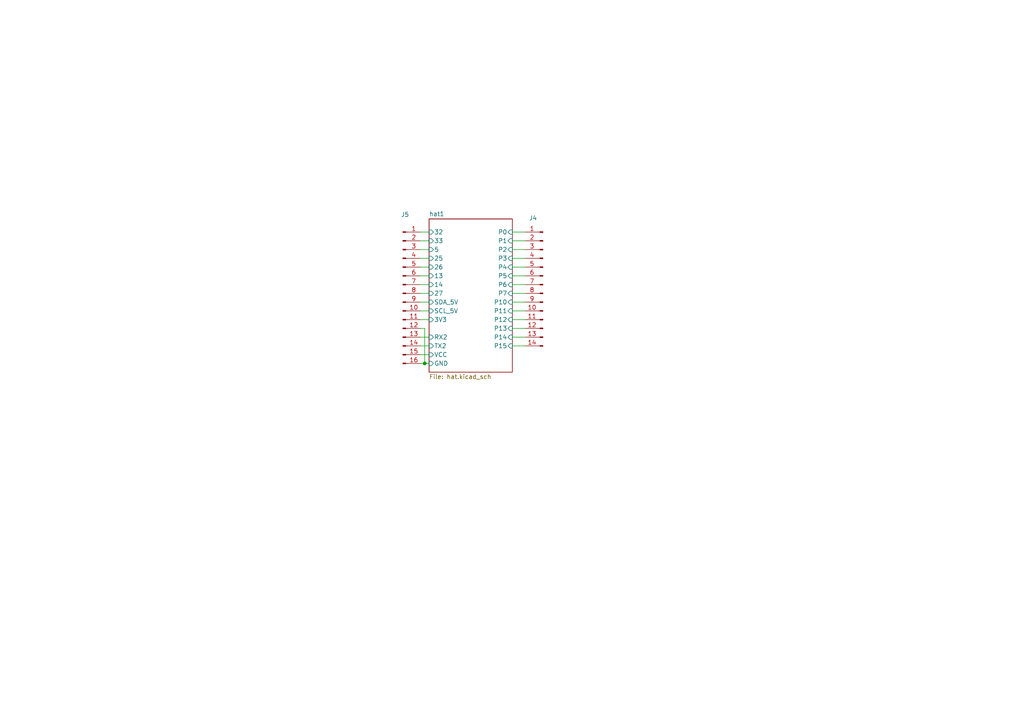
<source format=kicad_sch>
(kicad_sch (version 20250114) (generator "eeschema") (generator_version "9.0")
  (paper "A4")
  (title_block (title "controesp BASE") (date "2025-03-15") (rev "1") (comment 1 "1x display connector") (comment 2 "8x NO relay outputs; 2x 24V digital outputs") (comment 3 "8x 24V digital inputs; 2x 0-5V analog input") (comment 4 "24V supply") (comment 9 "test comment9"))
  (lib_symbols
    (symbol "Connector:Conn_01x14_Pin" (pin_names (offset 1.016) (hide yes))
      (property "Reference" "J" (at 0 17.78 0))
      (property "Value" "Conn_01x14_Pin" (at 0 -20.32 0))
      (symbol "Conn_01x14_Pin_1_1"
        (rectangle (start 0.8636 15.367) (end 0 15.113) (stroke (width 0.1524)) (fill (type outline)))
        (rectangle (start 0.8636 12.827) (end 0 12.573) (stroke (width 0.1524)) (fill (type outline)))
        (rectangle (start 0.8636 10.287) (end 0 10.033) (stroke (width 0.1524)) (fill (type outline)))
        (rectangle (start 0.8636 7.747) (end 0 7.493) (stroke (width 0.1524)) (fill (type outline)))
        (rectangle (start 0.8636 5.207) (end 0 4.953) (stroke (width 0.1524)) (fill (type outline)))
        (rectangle (start 0.8636 2.667) (end 0 2.413) (stroke (width 0.1524)) (fill (type outline)))
        (rectangle (start 0.8636 0.127) (end 0 -0.127) (stroke (width 0.1524)) (fill (type outline)))
        (rectangle (start 0.8636 -2.413) (end 0 -2.667) (stroke (width 0.1524)) (fill (type outline)))
        (rectangle (start 0.8636 -4.953) (end 0 -5.207) (stroke (width 0.1524)) (fill (type outline)))
        (rectangle (start 0.8636 -7.493) (end 0 -7.747) (stroke (width 0.1524)) (fill (type outline)))
        (rectangle (start 0.8636 -10.033) (end 0 -10.287) (stroke (width 0.1524)) (fill (type outline)))
        (rectangle (start 0.8636 -12.573) (end 0 -12.827) (stroke (width 0.1524)) (fill (type outline)))
        (rectangle (start 0.8636 -15.113) (end 0 -15.367) (stroke (width 0.1524)) (fill (type outline)))
        (rectangle (start 0.8636 -17.653) (end 0 -17.907) (stroke (width 0.1524)) (fill (type outline)))
        (polyline (pts (xy 1.27 15.24) (xy 0.8636 15.24)) (stroke (width 0.1524)))
        (polyline (pts (xy 1.27 12.7) (xy 0.8636 12.7)) (stroke (width 0.1524)))
        (polyline (pts (xy 1.27 10.16) (xy 0.8636 10.16)) (stroke (width 0.1524)))
        (polyline (pts (xy 1.27 7.62) (xy 0.8636 7.62)) (stroke (width 0.1524)))
        (polyline (pts (xy 1.27 5.08) (xy 0.8636 5.08)) (stroke (width 0.1524)))
        (polyline (pts (xy 1.27 2.54) (xy 0.8636 2.54)) (stroke (width 0.1524)))
        (polyline (pts (xy 1.27 0) (xy 0.8636 0)) (stroke (width 0.1524)))
        (polyline (pts (xy 1.27 -2.54) (xy 0.8636 -2.54)) (stroke (width 0.1524)))
        (polyline (pts (xy 1.27 -5.08) (xy 0.8636 -5.08)) (stroke (width 0.1524)))
        (polyline (pts (xy 1.27 -7.62) (xy 0.8636 -7.62)) (stroke (width 0.1524)))
        (polyline (pts (xy 1.27 -10.16) (xy 0.8636 -10.16)) (stroke (width 0.1524)))
        (polyline (pts (xy 1.27 -12.7) (xy 0.8636 -12.7)) (stroke (width 0.1524)))
        (polyline (pts (xy 1.27 -15.24) (xy 0.8636 -15.24)) (stroke (width 0.1524)))
        (polyline (pts (xy 1.27 -17.78) (xy 0.8636 -17.78)) (stroke (width 0.1524)))
        (pin passive line (at 5.08 15.24 180) (length 3.81) (name "Pin_1") (number "1"))
        (pin passive line (at 5.08 12.7 180) (length 3.81) (name "Pin_2") (number "2"))
        (pin passive line (at 5.08 10.16 180) (length 3.81) (name "Pin_3") (number "3"))
        (pin passive line (at 5.08 7.62 180) (length 3.81) (name "Pin_4") (number "4"))
        (pin passive line (at 5.08 5.08 180) (length 3.81) (name "Pin_5") (number "5"))
        (pin passive line (at 5.08 2.54 180) (length 3.81) (name "Pin_6") (number "6"))
        (pin passive line (at 5.08 0 180) (length 3.81) (name "Pin_7") (number "7"))
        (pin passive line (at 5.08 -2.54 180) (length 3.81) (name "Pin_8") (number "8"))
        (pin passive line (at 5.08 -5.08 180) (length 3.81) (name "Pin_9") (number "9"))
        (pin passive line (at 5.08 -7.62 180) (length 3.81) (name "Pin_10") (number "10"))
        (pin passive line (at 5.08 -10.16 180) (length 3.81) (name "Pin_11") (number "11"))
        (pin passive line (at 5.08 -12.7 180) (length 3.81) (name "Pin_12") (number "12"))
        (pin passive line (at 5.08 -15.24 180) (length 3.81) (name "Pin_13") (number "13"))
        (pin passive line (at 5.08 -17.78 180) (length 3.81) (name "Pin_14") (number "14"))
      )
    )
    (symbol "Connector:Conn_01x16_Pin" (pin_names (offset 1.016) (hide yes))
      (property "Reference" "J" (at 0 20.32 0))
      (property "Value" "Conn_01x16_Pin" (at 0 -22.86 0))
      (symbol "Conn_01x16_Pin_1_1"
        (rectangle (start 0.8636 17.907) (end 0 17.653) (stroke (width 0.1524)) (fill (type outline)))
        (rectangle (start 0.8636 15.367) (end 0 15.113) (stroke (width 0.1524)) (fill (type outline)))
        (rectangle (start 0.8636 12.827) (end 0 12.573) (stroke (width 0.1524)) (fill (type outline)))
        (rectangle (start 0.8636 10.287) (end 0 10.033) (stroke (width 0.1524)) (fill (type outline)))
        (rectangle (start 0.8636 7.747) (end 0 7.493) (stroke (width 0.1524)) (fill (type outline)))
        (rectangle (start 0.8636 5.207) (end 0 4.953) (stroke (width 0.1524)) (fill (type outline)))
        (rectangle (start 0.8636 2.667) (end 0 2.413) (stroke (width 0.1524)) (fill (type outline)))
        (rectangle (start 0.8636 0.127) (end 0 -0.127) (stroke (width 0.1524)) (fill (type outline)))
        (rectangle (start 0.8636 -2.413) (end 0 -2.667) (stroke (width 0.1524)) (fill (type outline)))
        (rectangle (start 0.8636 -4.953) (end 0 -5.207) (stroke (width 0.1524)) (fill (type outline)))
        (rectangle (start 0.8636 -7.493) (end 0 -7.747) (stroke (width 0.1524)) (fill (type outline)))
        (rectangle (start 0.8636 -10.033) (end 0 -10.287) (stroke (width 0.1524)) (fill (type outline)))
        (rectangle (start 0.8636 -12.573) (end 0 -12.827) (stroke (width 0.1524)) (fill (type outline)))
        (rectangle (start 0.8636 -15.113) (end 0 -15.367) (stroke (width 0.1524)) (fill (type outline)))
        (rectangle (start 0.8636 -17.653) (end 0 -17.907) (stroke (width 0.1524)) (fill (type outline)))
        (rectangle (start 0.8636 -20.193) (end 0 -20.447) (stroke (width 0.1524)) (fill (type outline)))
        (polyline (pts (xy 1.27 17.78) (xy 0.8636 17.78)) (stroke (width 0.1524)))
        (polyline (pts (xy 1.27 15.24) (xy 0.8636 15.24)) (stroke (width 0.1524)))
        (polyline (pts (xy 1.27 12.7) (xy 0.8636 12.7)) (stroke (width 0.1524)))
        (polyline (pts (xy 1.27 10.16) (xy 0.8636 10.16)) (stroke (width 0.1524)))
        (polyline (pts (xy 1.27 7.62) (xy 0.8636 7.62)) (stroke (width 0.1524)))
        (polyline (pts (xy 1.27 5.08) (xy 0.8636 5.08)) (stroke (width 0.1524)))
        (polyline (pts (xy 1.27 2.54) (xy 0.8636 2.54)) (stroke (width 0.1524)))
        (polyline (pts (xy 1.27 0) (xy 0.8636 0)) (stroke (width 0.1524)))
        (polyline (pts (xy 1.27 -2.54) (xy 0.8636 -2.54)) (stroke (width 0.1524)))
        (polyline (pts (xy 1.27 -5.08) (xy 0.8636 -5.08)) (stroke (width 0.1524)))
        (polyline (pts (xy 1.27 -7.62) (xy 0.8636 -7.62)) (stroke (width 0.1524)))
        (polyline (pts (xy 1.27 -10.16) (xy 0.8636 -10.16)) (stroke (width 0.1524)))
        (polyline (pts (xy 1.27 -12.7) (xy 0.8636 -12.7)) (stroke (width 0.1524)))
        (polyline (pts (xy 1.27 -15.24) (xy 0.8636 -15.24)) (stroke (width 0.1524)))
        (polyline (pts (xy 1.27 -17.78) (xy 0.8636 -17.78)) (stroke (width 0.1524)))
        (polyline (pts (xy 1.27 -20.32) (xy 0.8636 -20.32)) (stroke (width 0.1524)))
        (pin passive line (at 5.08 17.78 180) (length 3.81) (name "Pin_1") (number "1"))
        (pin passive line (at 5.08 15.24 180) (length 3.81) (name "Pin_2") (number "2"))
        (pin passive line (at 5.08 12.7 180) (length 3.81) (name "Pin_3") (number "3"))
        (pin passive line (at 5.08 10.16 180) (length 3.81) (name "Pin_4") (number "4"))
        (pin passive line (at 5.08 7.62 180) (length 3.81) (name "Pin_5") (number "5"))
        (pin passive line (at 5.08 5.08 180) (length 3.81) (name "Pin_6") (number "6"))
        (pin passive line (at 5.08 2.54 180) (length 3.81) (name "Pin_7") (number "7"))
        (pin passive line (at 5.08 0 180) (length 3.81) (name "Pin_8") (number "8"))
        (pin passive line (at 5.08 -2.54 180) (length 3.81) (name "Pin_9") (number "9"))
        (pin passive line (at 5.08 -5.08 180) (length 3.81) (name "Pin_10") (number "10"))
        (pin passive line (at 5.08 -7.62 180) (length 3.81) (name "Pin_11") (number "11"))
        (pin passive line (at 5.08 -10.16 180) (length 3.81) (name "Pin_12") (number "12"))
        (pin passive line (at 5.08 -12.7 180) (length 3.81) (name "Pin_13") (number "13"))
        (pin passive line (at 5.08 -15.24 180) (length 3.81) (name "Pin_14") (number "14"))
        (pin passive line (at 5.08 -17.78 180) (length 3.81) (name "Pin_15") (number "15"))
        (pin passive line (at 5.08 -20.32 180) (length 3.81) (name "Pin_16") (number "16"))
      )
    )
  )
  (junction (at 123.19 105.41))
  (wire (pts (xy 148.59 67.31) (xy 152.4 67.31)))
  (wire (pts (xy 121.92 92.71) (xy 124.46 92.71)))
  (wire (pts (xy 123.19 95.25) (xy 123.19 105.41)))
  (wire (pts (xy 148.59 77.47) (xy 152.4 77.47)))
  (wire (pts (xy 148.59 82.55) (xy 152.4 82.55)))
  (wire (pts (xy 121.92 90.17) (xy 124.46 90.17)))
  (wire (pts (xy 148.59 92.71) (xy 152.4 92.71)))
  (wire (pts (xy 148.59 80.01) (xy 152.4 80.01)))
  (wire (pts (xy 121.92 74.93) (xy 124.46 74.93)))
  (wire (pts (xy 121.92 95.25) (xy 123.19 95.25)))
  (wire (pts (xy 121.92 72.39) (xy 124.46 72.39)))
  (wire (pts (xy 148.59 100.33) (xy 152.4 100.33)))
  (wire (pts (xy 121.92 102.87) (xy 124.46 102.87)))
  (wire (pts (xy 123.19 105.41) (xy 124.46 105.41)))
  (wire (pts (xy 121.92 82.55) (xy 124.46 82.55)))
  (wire (pts (xy 121.92 97.79) (xy 124.46 97.79)))
  (wire (pts (xy 121.92 80.01) (xy 124.46 80.01)))
  (wire (pts (xy 121.92 105.41) (xy 123.19 105.41)))
  (wire (pts (xy 121.92 69.85) (xy 124.46 69.85)))
  (wire (pts (xy 148.59 87.63) (xy 152.4 87.63)))
  (wire (pts (xy 121.92 87.63) (xy 124.46 87.63)))
  (wire (pts (xy 148.59 69.85) (xy 152.4 69.85)))
  (wire (pts (xy 121.92 85.09) (xy 124.46 85.09)))
  (wire (pts (xy 148.59 85.09) (xy 152.4 85.09)))
  (wire (pts (xy 148.59 97.79) (xy 152.4 97.79)))
  (wire (pts (xy 121.92 77.47) (xy 124.46 77.47)))
  (wire (pts (xy 148.59 74.93) (xy 152.4 74.93)))
  (wire (pts (xy 121.92 100.33) (xy 124.46 100.33)))
  (wire (pts (xy 121.92 67.31) (xy 124.46 67.31)))
  (wire (pts (xy 148.59 90.17) (xy 152.4 90.17)))
  (wire (pts (xy 148.59 72.39) (xy 152.4 72.39)))
  (wire (pts (xy 148.59 95.25) (xy 152.4 95.25)))
  (symbol (lib_id "Connector:Conn_01x16_Pin") (at 116.84 85.09 0) (unit 1)
    (property "Reference" "J5" (at 117.475 62.23 0))
    (property "Value" "Conn_01x16_Pin" (effects (hide yes)))
    (property "Footprint" "Connector_PinHeader_2.54mm:PinHeader_1x16_P2.54mm_Vertical" (effects (hide yes)))
    (property "Description" "Generic connector, single row, 01x16, script generated" (effects (hide yes)))
  )
  (symbol (lib_id "Connector:Conn_01x14_Pin") (at 157.48 82.55 0) (mirror y) (unit 1)
    (property "Reference" "J4" (at 153.416 63.246 0) (effects (justify right)))
    (property "Value" "Conn_01x14_Pin" (effects (hide yes)))
    (property "Footprint" "Connector_PinHeader_2.54mm:PinHeader_1x14_P2.54mm_Vertical" (effects (hide yes)))
    (property "Description" "Generic connector, single row, 01x14, script generated" (effects (hide yes)))
  )
  (sheet (at 124.46 63.5) (size 24.13 44.45) (stroke (width 0.1524))
    (property "Sheetname" "hat1" (at 124.46 62.7884 0) (effects (justify left bottom)))
    (property "Sheetfile" "hat.kicad_sch" (at 124.46 108.5346 0) (effects (justify left top)))
    (pin "32" input (at 124.46 67.31 180))
    (pin "RX2" input (at 124.46 97.79 180))
    (pin "TX2" input (at 124.46 100.33 180))
    (pin "33" input (at 124.46 69.85 180))
    (pin "25" input (at 124.46 74.93 180))
    (pin "26" input (at 124.46 77.47 180))
    (pin "27" input (at 124.46 85.09 180))
    (pin "14" input (at 124.46 82.55 180))
    (pin "5" input (at 124.46 72.39 180))
    (pin "13" input (at 124.46 80.01 180))
    (pin "3V3" input (at 124.46 92.71 180))
    (pin "P0" input (at 148.59 67.31 0))
    (pin "P1" input (at 148.59 69.85 0))
    (pin "P2" input (at 148.59 72.39 0))
    (pin "P3" input (at 148.59 74.93 0))
    (pin "P4" input (at 148.59 77.47 0))
    (pin "P5" input (at 148.59 80.01 0))
    (pin "P6" input (at 148.59 82.55 0))
    (pin "P7" input (at 148.59 85.09 0))
    (pin "P10" input (at 148.59 87.63 0))
    (pin "P11" input (at 148.59 90.17 0))
    (pin "P12" input (at 148.59 92.71 0))
    (pin "P13" input (at 148.59 95.25 0))
    (pin "GND" input (at 124.46 105.41 180))
    (pin "SCL_5V" input (at 124.46 90.17 180))
    (pin "SDA_5V" input (at 124.46 87.63 180))
    (pin "VCC" input (at 124.46 102.87 180))
    (pin "P14" input (at 148.59 97.79 0))
    (pin "P15" input (at 148.59 100.33 0))
  )
)
</source>
